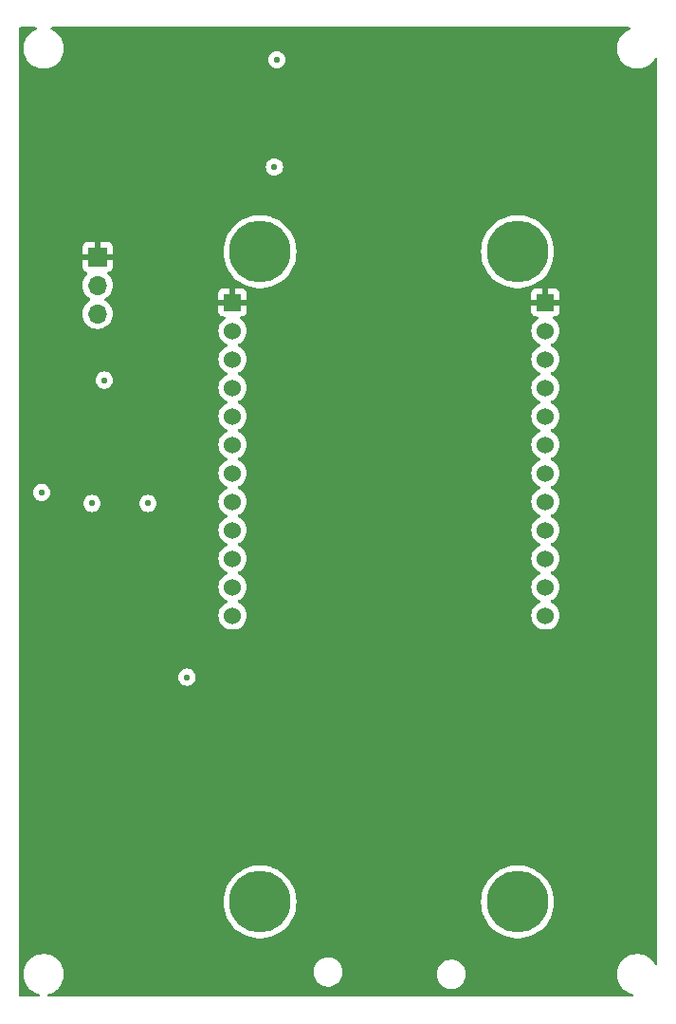
<source format=gbr>
%TF.GenerationSoftware,KiCad,Pcbnew,8.0.8-8.0.8-0~ubuntu24.04.1*%
%TF.CreationDate,2025-02-14T12:47:57-06:00*%
%TF.ProjectId,edge_human_detection_board,65646765-5f68-4756-9d61-6e5f64657465,rev?*%
%TF.SameCoordinates,Original*%
%TF.FileFunction,Copper,L3,Inr*%
%TF.FilePolarity,Positive*%
%FSLAX46Y46*%
G04 Gerber Fmt 4.6, Leading zero omitted, Abs format (unit mm)*
G04 Created by KiCad (PCBNEW 8.0.8-8.0.8-0~ubuntu24.04.1) date 2025-02-14 12:47:57*
%MOMM*%
%LPD*%
G01*
G04 APERTURE LIST*
%TA.AperFunction,ComponentPad*%
%ADD10R,1.700000X1.700000*%
%TD*%
%TA.AperFunction,ComponentPad*%
%ADD11O,1.700000X1.700000*%
%TD*%
%TA.AperFunction,ComponentPad*%
%ADD12C,5.500000*%
%TD*%
%TA.AperFunction,ComponentPad*%
%ADD13R,1.524000X1.524000*%
%TD*%
%TA.AperFunction,ComponentPad*%
%ADD14C,1.524000*%
%TD*%
%TA.AperFunction,ViaPad*%
%ADD15C,0.533400*%
%TD*%
G04 APERTURE END LIST*
D10*
%TO.N,GND*%
%TO.C,J1*%
X122000000Y-54000000D03*
D11*
%TO.N,/Coral Micro Breakouts/DEBUG_TX*%
X122000000Y-56540000D03*
%TO.N,/Coral Micro Breakouts/DEBUG_RX*%
X122000000Y-59080000D03*
%TD*%
D12*
%TO.N,*%
%TO.C,U1*%
X159513240Y-53551320D03*
X136513240Y-53551320D03*
X159513240Y-111551320D03*
X136513240Y-111551320D03*
D13*
%TO.N,GND*%
X162000000Y-58060000D03*
D14*
%TO.N,/Coral Micro Breakouts/+1.8VDC_TOF*%
X162000000Y-60600000D03*
%TO.N,/Coral Micro Breakouts/+3.3VDC*%
X162000000Y-63140000D03*
%TO.N,unconnected-(U1-RTC_3V-Pad4)*%
X162000000Y-65680000D03*
%TO.N,unconnected-(U1-SPI6_CS0-Pad5)*%
X162000000Y-68220000D03*
%TO.N,unconnected-(U1-SPI6_SCK-Pad6)*%
X162000000Y-70760000D03*
%TO.N,unconnected-(U1-SPI6_SDO-Pad7)*%
X162000000Y-73300000D03*
%TO.N,unconnected-(U1-SPI6_SDI-Pad8)*%
X162000000Y-75840000D03*
%TO.N,unconnected-(U1-DAC_OUT-Pad9)*%
X162000000Y-78380000D03*
%TO.N,unconnected-(U1-I2C6_SDA-Pad10)*%
X162000000Y-80920000D03*
%TO.N,/Coral Micro Breakouts/SCL*%
X162000000Y-83460000D03*
%TO.N,/Coral Micro Breakouts/SDA*%
X162000000Y-86000000D03*
D13*
%TO.N,GND*%
X134060000Y-58060000D03*
D14*
%TO.N,/Coral Micro Breakouts/+1.8VDC_RGB*%
X134060000Y-60600000D03*
%TO.N,unconnected-(U1-ADC1_CH0A-Pad15)*%
X134060000Y-63140000D03*
%TO.N,unconnected-(U1-ADC1_CH0B-Pad16)*%
X134060000Y-65680000D03*
%TO.N,/Coral Micro Breakouts/DEBUG_TX*%
X134060000Y-68220000D03*
%TO.N,/Coral Micro Breakouts/DEBUG_RX*%
X134060000Y-70760000D03*
%TO.N,unconnected-(U1-UART6_CTX-Pad19)*%
X134060000Y-73300000D03*
%TO.N,unconnected-(U1-UART6_RTS-Pad20)*%
X134060000Y-75840000D03*
%TO.N,/Coral Micro Breakouts/PWM_1*%
X134060000Y-78380000D03*
%TO.N,/RGB Signalling/SIG_IN_PWM0*%
X134060000Y-80920000D03*
%TO.N,unconnected-(U1-I2C6_SCL-Pad23)*%
X134060000Y-83460000D03*
%TO.N,/Coral Micro Breakouts/+5VDC*%
X134060000Y-86000000D03*
%TD*%
D15*
%TO.N,GND*%
X127500000Y-101500000D03*
X161500000Y-117500000D03*
X150800000Y-57600000D03*
X169500000Y-87500000D03*
X121400000Y-104000000D03*
X169500000Y-74500000D03*
X158400000Y-102400000D03*
X120000000Y-110500000D03*
X126500000Y-116500000D03*
X127400000Y-63600000D03*
X139000000Y-90799996D03*
X120500000Y-96500000D03*
X118500000Y-75000000D03*
X168500000Y-110000000D03*
X153400000Y-39800000D03*
X125000000Y-85000000D03*
X121000000Y-75000000D03*
X128000000Y-76000000D03*
X129000000Y-94500000D03*
X131000000Y-90500000D03*
X140400000Y-80400000D03*
X144200000Y-39800000D03*
X129600000Y-56200000D03*
X118800000Y-48800000D03*
X138000000Y-102800000D03*
X148000000Y-47200000D03*
X169000000Y-99000000D03*
X159800000Y-91400000D03*
%TO.N,/RGB Signalling/SIG_IN_RGB1*%
X130000000Y-91500000D03*
X126500000Y-76000000D03*
%TO.N,/Coral Micro Breakouts/+1.8VDC_RGB*%
X122600000Y-65000000D03*
X117000000Y-75000000D03*
%TO.N,/RGB Signalling/SIG_IN_PWM0*%
X121500000Y-76000000D03*
%TO.N,/Coral Micro Breakouts/PWM_1*%
X138000000Y-36400000D03*
%TO.N,/Coral Micro Breakouts/SCL*%
X137800000Y-46000000D03*
%TD*%
%TA.AperFunction,Conductor*%
%TO.N,GND*%
G36*
X116525722Y-33519685D02*
G01*
X116571477Y-33572489D01*
X116581421Y-33641647D01*
X116552396Y-33705203D01*
X116506136Y-33738561D01*
X116401954Y-33781714D01*
X116401943Y-33781719D01*
X116197545Y-33899730D01*
X116010302Y-34043406D01*
X116010295Y-34043412D01*
X115843412Y-34210295D01*
X115843406Y-34210302D01*
X115699730Y-34397545D01*
X115581719Y-34601943D01*
X115581714Y-34601954D01*
X115491394Y-34820006D01*
X115430306Y-35047989D01*
X115399501Y-35281979D01*
X115399500Y-35281995D01*
X115399500Y-35518004D01*
X115399501Y-35518020D01*
X115430306Y-35752010D01*
X115491394Y-35979993D01*
X115581714Y-36198045D01*
X115581719Y-36198056D01*
X115643767Y-36305525D01*
X115699727Y-36402450D01*
X115699729Y-36402453D01*
X115699730Y-36402454D01*
X115843406Y-36589697D01*
X115843412Y-36589704D01*
X116010295Y-36756587D01*
X116010301Y-36756592D01*
X116197550Y-36900273D01*
X116328918Y-36976118D01*
X116401943Y-37018280D01*
X116401948Y-37018282D01*
X116401951Y-37018284D01*
X116620007Y-37108606D01*
X116847986Y-37169693D01*
X117081989Y-37200500D01*
X117081996Y-37200500D01*
X117318004Y-37200500D01*
X117318011Y-37200500D01*
X117552014Y-37169693D01*
X117779993Y-37108606D01*
X117998049Y-37018284D01*
X118202450Y-36900273D01*
X118389699Y-36756592D01*
X118556592Y-36589699D01*
X118700273Y-36402450D01*
X118701690Y-36399996D01*
X137227945Y-36399996D01*
X137227945Y-36400003D01*
X137247301Y-36571795D01*
X137304402Y-36734983D01*
X137317981Y-36756593D01*
X137396383Y-36881368D01*
X137518632Y-37003617D01*
X137665018Y-37095598D01*
X137828202Y-37152698D01*
X137885468Y-37159150D01*
X137999996Y-37172055D01*
X138000000Y-37172055D01*
X138000004Y-37172055D01*
X138098170Y-37160993D01*
X138171798Y-37152698D01*
X138334982Y-37095598D01*
X138481368Y-37003617D01*
X138603617Y-36881368D01*
X138695598Y-36734982D01*
X138752698Y-36571798D01*
X138772055Y-36400000D01*
X138752698Y-36228202D01*
X138695598Y-36065018D01*
X138603617Y-35918632D01*
X138481368Y-35796383D01*
X138481367Y-35796382D01*
X138334983Y-35704402D01*
X138171795Y-35647301D01*
X138000004Y-35627945D01*
X137999996Y-35627945D01*
X137828204Y-35647301D01*
X137665016Y-35704402D01*
X137518632Y-35796382D01*
X137396382Y-35918632D01*
X137304402Y-36065016D01*
X137247301Y-36228204D01*
X137227945Y-36399996D01*
X118701690Y-36399996D01*
X118818284Y-36198049D01*
X118908606Y-35979993D01*
X118969693Y-35752014D01*
X119000500Y-35518011D01*
X119000500Y-35281989D01*
X118969693Y-35047986D01*
X118908606Y-34820007D01*
X118818284Y-34601951D01*
X118818282Y-34601948D01*
X118818280Y-34601943D01*
X118768613Y-34515919D01*
X118700273Y-34397550D01*
X118556592Y-34210301D01*
X118556587Y-34210295D01*
X118389704Y-34043412D01*
X118389697Y-34043406D01*
X118202454Y-33899730D01*
X118202453Y-33899729D01*
X118202450Y-33899727D01*
X118120957Y-33852677D01*
X117998056Y-33781719D01*
X117998045Y-33781714D01*
X117893864Y-33738561D01*
X117839461Y-33694720D01*
X117817396Y-33628426D01*
X117834675Y-33560727D01*
X117885812Y-33513116D01*
X117941317Y-33500000D01*
X169458683Y-33500000D01*
X169525722Y-33519685D01*
X169571477Y-33572489D01*
X169581421Y-33641647D01*
X169552396Y-33705203D01*
X169506136Y-33738561D01*
X169401954Y-33781714D01*
X169401943Y-33781719D01*
X169197545Y-33899730D01*
X169010302Y-34043406D01*
X169010295Y-34043412D01*
X168843412Y-34210295D01*
X168843406Y-34210302D01*
X168699730Y-34397545D01*
X168581719Y-34601943D01*
X168581714Y-34601954D01*
X168491394Y-34820006D01*
X168430306Y-35047989D01*
X168399501Y-35281979D01*
X168399500Y-35281995D01*
X168399500Y-35518004D01*
X168399501Y-35518020D01*
X168430306Y-35752010D01*
X168491394Y-35979993D01*
X168581714Y-36198045D01*
X168581719Y-36198056D01*
X168643767Y-36305525D01*
X168699727Y-36402450D01*
X168699729Y-36402453D01*
X168699730Y-36402454D01*
X168843406Y-36589697D01*
X168843412Y-36589704D01*
X169010295Y-36756587D01*
X169010301Y-36756592D01*
X169197550Y-36900273D01*
X169328918Y-36976118D01*
X169401943Y-37018280D01*
X169401948Y-37018282D01*
X169401951Y-37018284D01*
X169620007Y-37108606D01*
X169847986Y-37169693D01*
X170081989Y-37200500D01*
X170081996Y-37200500D01*
X170318004Y-37200500D01*
X170318011Y-37200500D01*
X170552014Y-37169693D01*
X170779993Y-37108606D01*
X170998049Y-37018284D01*
X171202450Y-36900273D01*
X171389699Y-36756592D01*
X171556592Y-36589699D01*
X171700273Y-36402450D01*
X171768613Y-36284080D01*
X171819180Y-36235865D01*
X171887787Y-36222642D01*
X171952652Y-36248611D01*
X171993180Y-36305525D01*
X172000000Y-36346081D01*
X172000000Y-117053918D01*
X171980315Y-117120957D01*
X171927511Y-117166712D01*
X171858353Y-117176656D01*
X171794797Y-117147631D01*
X171768613Y-117115919D01*
X171700273Y-116997550D01*
X171700267Y-116997542D01*
X171556593Y-116810302D01*
X171556587Y-116810295D01*
X171389704Y-116643412D01*
X171389697Y-116643406D01*
X171202454Y-116499730D01*
X171202453Y-116499729D01*
X171202450Y-116499727D01*
X171120957Y-116452677D01*
X170998056Y-116381719D01*
X170998045Y-116381714D01*
X170779993Y-116291394D01*
X170552010Y-116230306D01*
X170318020Y-116199501D01*
X170318017Y-116199500D01*
X170318011Y-116199500D01*
X170081989Y-116199500D01*
X170081983Y-116199500D01*
X170081979Y-116199501D01*
X169847989Y-116230306D01*
X169620006Y-116291394D01*
X169401954Y-116381714D01*
X169401943Y-116381719D01*
X169197545Y-116499730D01*
X169010302Y-116643406D01*
X169010295Y-116643412D01*
X168843412Y-116810295D01*
X168843406Y-116810302D01*
X168699730Y-116997545D01*
X168581719Y-117201943D01*
X168581714Y-117201954D01*
X168491394Y-117420006D01*
X168430306Y-117647989D01*
X168399501Y-117881979D01*
X168399500Y-117881995D01*
X168399500Y-118118004D01*
X168399501Y-118118020D01*
X168430306Y-118352010D01*
X168491394Y-118579993D01*
X168581714Y-118798045D01*
X168581719Y-118798056D01*
X168643767Y-118905525D01*
X168699727Y-119002450D01*
X168699729Y-119002453D01*
X168699730Y-119002454D01*
X168843406Y-119189697D01*
X168843412Y-119189704D01*
X169010295Y-119356587D01*
X169010301Y-119356592D01*
X169197550Y-119500273D01*
X169328918Y-119576118D01*
X169401943Y-119618280D01*
X169401948Y-119618282D01*
X169401951Y-119618284D01*
X169620007Y-119708606D01*
X169797726Y-119756225D01*
X169857385Y-119792590D01*
X169887914Y-119855437D01*
X169879619Y-119924813D01*
X169835134Y-119978691D01*
X169768582Y-119999965D01*
X169765631Y-120000000D01*
X117634369Y-120000000D01*
X117567330Y-119980315D01*
X117521575Y-119927511D01*
X117511631Y-119858353D01*
X117540656Y-119794797D01*
X117599434Y-119757023D01*
X117602231Y-119756237D01*
X117779993Y-119708606D01*
X117998049Y-119618284D01*
X118202450Y-119500273D01*
X118389699Y-119356592D01*
X118556592Y-119189699D01*
X118700273Y-119002450D01*
X118818284Y-118798049D01*
X118908606Y-118579993D01*
X118969693Y-118352014D01*
X119000500Y-118118011D01*
X119000500Y-117881989D01*
X118976231Y-117697648D01*
X141299500Y-117697648D01*
X141299500Y-117902351D01*
X141331522Y-118104534D01*
X141394781Y-118299223D01*
X141487715Y-118481613D01*
X141608028Y-118647213D01*
X141752786Y-118791971D01*
X141879567Y-118884081D01*
X141918390Y-118912287D01*
X142034607Y-118971503D01*
X142100776Y-119005218D01*
X142100778Y-119005218D01*
X142100781Y-119005220D01*
X142205137Y-119039127D01*
X142295465Y-119068477D01*
X142396557Y-119084488D01*
X142497648Y-119100500D01*
X142497649Y-119100500D01*
X142702351Y-119100500D01*
X142702352Y-119100500D01*
X142904534Y-119068477D01*
X143099219Y-119005220D01*
X143281610Y-118912287D01*
X143404997Y-118822642D01*
X143447213Y-118791971D01*
X143447215Y-118791968D01*
X143447219Y-118791966D01*
X143591966Y-118647219D01*
X143591968Y-118647215D01*
X143591971Y-118647213D01*
X143644732Y-118574590D01*
X143712287Y-118481610D01*
X143805220Y-118299219D01*
X143868477Y-118104534D01*
X143900500Y-117902352D01*
X143900500Y-117897648D01*
X152299500Y-117897648D01*
X152299500Y-118102351D01*
X152331522Y-118304534D01*
X152394781Y-118499223D01*
X152487715Y-118681613D01*
X152608028Y-118847213D01*
X152752786Y-118991971D01*
X152858090Y-119068477D01*
X152918390Y-119112287D01*
X153034607Y-119171503D01*
X153100776Y-119205218D01*
X153100778Y-119205218D01*
X153100781Y-119205220D01*
X153205137Y-119239127D01*
X153295465Y-119268477D01*
X153396557Y-119284488D01*
X153497648Y-119300500D01*
X153497649Y-119300500D01*
X153702351Y-119300500D01*
X153702352Y-119300500D01*
X153904534Y-119268477D01*
X154099219Y-119205220D01*
X154281610Y-119112287D01*
X154374590Y-119044732D01*
X154447213Y-118991971D01*
X154447215Y-118991968D01*
X154447219Y-118991966D01*
X154591966Y-118847219D01*
X154591968Y-118847215D01*
X154591971Y-118847213D01*
X154644732Y-118774590D01*
X154712287Y-118681610D01*
X154805220Y-118499219D01*
X154868477Y-118304534D01*
X154900500Y-118102352D01*
X154900500Y-117897648D01*
X154868477Y-117695466D01*
X154805220Y-117500781D01*
X154805218Y-117500778D01*
X154805218Y-117500776D01*
X154771503Y-117434607D01*
X154712287Y-117318390D01*
X154699490Y-117300776D01*
X154591971Y-117152786D01*
X154447213Y-117008028D01*
X154281613Y-116887715D01*
X154281612Y-116887714D01*
X154281610Y-116887713D01*
X154224653Y-116858691D01*
X154099223Y-116794781D01*
X153904534Y-116731522D01*
X153729995Y-116703878D01*
X153702352Y-116699500D01*
X153497648Y-116699500D01*
X153473329Y-116703351D01*
X153295465Y-116731522D01*
X153100776Y-116794781D01*
X152918386Y-116887715D01*
X152752786Y-117008028D01*
X152608028Y-117152786D01*
X152487715Y-117318386D01*
X152394781Y-117500776D01*
X152331522Y-117695465D01*
X152299500Y-117897648D01*
X143900500Y-117897648D01*
X143900500Y-117697648D01*
X143868477Y-117495466D01*
X143805220Y-117300781D01*
X143805218Y-117300778D01*
X143805218Y-117300776D01*
X143754865Y-117201954D01*
X143712287Y-117118390D01*
X143665446Y-117053918D01*
X143591971Y-116952786D01*
X143447213Y-116808028D01*
X143281613Y-116687715D01*
X143281612Y-116687714D01*
X143281610Y-116687713D01*
X143194653Y-116643406D01*
X143099223Y-116594781D01*
X142904534Y-116531522D01*
X142729995Y-116503878D01*
X142702352Y-116499500D01*
X142497648Y-116499500D01*
X142473329Y-116503351D01*
X142295465Y-116531522D01*
X142100776Y-116594781D01*
X141918386Y-116687715D01*
X141752786Y-116808028D01*
X141608028Y-116952786D01*
X141487715Y-117118386D01*
X141394781Y-117300776D01*
X141331522Y-117495465D01*
X141299500Y-117697648D01*
X118976231Y-117697648D01*
X118969693Y-117647986D01*
X118908606Y-117420007D01*
X118818284Y-117201951D01*
X118818282Y-117201948D01*
X118818280Y-117201943D01*
X118768613Y-117115919D01*
X118700273Y-116997550D01*
X118556592Y-116810301D01*
X118556587Y-116810295D01*
X118389704Y-116643412D01*
X118389697Y-116643406D01*
X118202454Y-116499730D01*
X118202453Y-116499729D01*
X118202450Y-116499727D01*
X118120957Y-116452677D01*
X117998056Y-116381719D01*
X117998045Y-116381714D01*
X117779993Y-116291394D01*
X117552010Y-116230306D01*
X117318020Y-116199501D01*
X117318017Y-116199500D01*
X117318011Y-116199500D01*
X117081989Y-116199500D01*
X117081983Y-116199500D01*
X117081979Y-116199501D01*
X116847989Y-116230306D01*
X116620006Y-116291394D01*
X116401954Y-116381714D01*
X116401943Y-116381719D01*
X116197545Y-116499730D01*
X116010302Y-116643406D01*
X116010295Y-116643412D01*
X115843412Y-116810295D01*
X115843406Y-116810302D01*
X115699730Y-116997545D01*
X115581719Y-117201943D01*
X115581714Y-117201954D01*
X115491394Y-117420006D01*
X115430306Y-117647989D01*
X115399501Y-117881979D01*
X115399500Y-117881995D01*
X115399500Y-118118004D01*
X115399501Y-118118020D01*
X115430306Y-118352010D01*
X115491394Y-118579993D01*
X115581714Y-118798045D01*
X115581719Y-118798056D01*
X115643767Y-118905525D01*
X115699727Y-119002450D01*
X115699729Y-119002453D01*
X115699730Y-119002454D01*
X115843406Y-119189697D01*
X115843412Y-119189704D01*
X116010295Y-119356587D01*
X116010301Y-119356592D01*
X116197550Y-119500273D01*
X116328918Y-119576118D01*
X116401943Y-119618280D01*
X116401948Y-119618282D01*
X116401951Y-119618284D01*
X116620007Y-119708606D01*
X116797726Y-119756225D01*
X116857385Y-119792590D01*
X116887914Y-119855437D01*
X116879619Y-119924813D01*
X116835134Y-119978691D01*
X116768582Y-119999965D01*
X116765631Y-120000000D01*
X115124000Y-120000000D01*
X115056961Y-119980315D01*
X115011206Y-119927511D01*
X115000000Y-119876000D01*
X115000000Y-111551317D01*
X133257966Y-111551317D01*
X133257966Y-111551322D01*
X133277048Y-111903274D01*
X133334073Y-112251113D01*
X133334074Y-112251116D01*
X133428366Y-112590728D01*
X133428367Y-112590730D01*
X133558828Y-112918164D01*
X133558837Y-112918182D01*
X133723935Y-113229589D01*
X133921738Y-113521326D01*
X133921745Y-113521336D01*
X134149925Y-113789969D01*
X134149926Y-113789970D01*
X134405820Y-114032366D01*
X134686422Y-114245674D01*
X134988442Y-114427394D01*
X134988446Y-114427395D01*
X134988450Y-114427398D01*
X135308328Y-114575390D01*
X135308332Y-114575390D01*
X135308339Y-114575394D01*
X135642362Y-114687939D01*
X135986595Y-114763711D01*
X136337003Y-114801820D01*
X136337009Y-114801820D01*
X136689471Y-114801820D01*
X136689477Y-114801820D01*
X137039885Y-114763711D01*
X137384118Y-114687939D01*
X137718141Y-114575394D01*
X137718148Y-114575390D01*
X137718151Y-114575390D01*
X138038029Y-114427398D01*
X138038038Y-114427394D01*
X138340058Y-114245674D01*
X138620660Y-114032366D01*
X138876554Y-113789970D01*
X139104741Y-113521328D01*
X139302545Y-113229589D01*
X139467647Y-112918174D01*
X139598111Y-112590734D01*
X139692408Y-112251108D01*
X139749431Y-111903277D01*
X139768514Y-111551320D01*
X139768514Y-111551317D01*
X156257966Y-111551317D01*
X156257966Y-111551322D01*
X156277048Y-111903274D01*
X156334073Y-112251113D01*
X156334074Y-112251116D01*
X156428366Y-112590728D01*
X156428367Y-112590730D01*
X156558828Y-112918164D01*
X156558837Y-112918182D01*
X156723935Y-113229589D01*
X156921738Y-113521326D01*
X156921745Y-113521336D01*
X157149925Y-113789969D01*
X157149926Y-113789970D01*
X157405820Y-114032366D01*
X157686422Y-114245674D01*
X157988442Y-114427394D01*
X157988446Y-114427395D01*
X157988450Y-114427398D01*
X158308328Y-114575390D01*
X158308332Y-114575390D01*
X158308339Y-114575394D01*
X158642362Y-114687939D01*
X158986595Y-114763711D01*
X159337003Y-114801820D01*
X159337009Y-114801820D01*
X159689471Y-114801820D01*
X159689477Y-114801820D01*
X160039885Y-114763711D01*
X160384118Y-114687939D01*
X160718141Y-114575394D01*
X160718148Y-114575390D01*
X160718151Y-114575390D01*
X161038029Y-114427398D01*
X161038038Y-114427394D01*
X161340058Y-114245674D01*
X161620660Y-114032366D01*
X161876554Y-113789970D01*
X162104741Y-113521328D01*
X162302545Y-113229589D01*
X162467647Y-112918174D01*
X162598111Y-112590734D01*
X162692408Y-112251108D01*
X162749431Y-111903277D01*
X162768514Y-111551320D01*
X162749431Y-111199363D01*
X162692408Y-110851532D01*
X162649944Y-110698591D01*
X162598113Y-110511911D01*
X162598112Y-110511909D01*
X162467651Y-110184475D01*
X162467642Y-110184457D01*
X162302544Y-109873050D01*
X162104741Y-109581312D01*
X162104737Y-109581307D01*
X162104734Y-109581303D01*
X161876554Y-109312670D01*
X161620660Y-109070274D01*
X161620653Y-109070268D01*
X161620650Y-109070266D01*
X161340055Y-108856964D01*
X161038042Y-108675248D01*
X161038029Y-108675241D01*
X160718151Y-108527249D01*
X160718146Y-108527248D01*
X160718143Y-108527247D01*
X160718141Y-108527246D01*
X160611672Y-108491372D01*
X160384120Y-108414701D01*
X160039883Y-108338928D01*
X159689478Y-108300820D01*
X159689477Y-108300820D01*
X159337003Y-108300820D01*
X159337001Y-108300820D01*
X158986596Y-108338928D01*
X158642359Y-108414701D01*
X158308333Y-108527248D01*
X158308328Y-108527249D01*
X157988450Y-108675241D01*
X157988437Y-108675248D01*
X157686424Y-108856964D01*
X157405829Y-109070266D01*
X157405820Y-109070274D01*
X157149925Y-109312670D01*
X156921745Y-109581303D01*
X156921738Y-109581313D01*
X156723935Y-109873050D01*
X156558837Y-110184457D01*
X156558828Y-110184475D01*
X156428367Y-110511909D01*
X156428366Y-110511911D01*
X156334074Y-110851523D01*
X156334073Y-110851526D01*
X156277048Y-111199365D01*
X156257966Y-111551317D01*
X139768514Y-111551317D01*
X139749431Y-111199363D01*
X139692408Y-110851532D01*
X139649944Y-110698591D01*
X139598113Y-110511911D01*
X139598112Y-110511909D01*
X139467651Y-110184475D01*
X139467642Y-110184457D01*
X139302544Y-109873050D01*
X139104741Y-109581312D01*
X139104737Y-109581307D01*
X139104734Y-109581303D01*
X138876554Y-109312670D01*
X138620660Y-109070274D01*
X138620653Y-109070268D01*
X138620650Y-109070266D01*
X138340055Y-108856964D01*
X138038042Y-108675248D01*
X138038029Y-108675241D01*
X137718151Y-108527249D01*
X137718146Y-108527248D01*
X137718143Y-108527247D01*
X137718141Y-108527246D01*
X137611672Y-108491372D01*
X137384120Y-108414701D01*
X137039883Y-108338928D01*
X136689478Y-108300820D01*
X136689477Y-108300820D01*
X136337003Y-108300820D01*
X136337001Y-108300820D01*
X135986596Y-108338928D01*
X135642359Y-108414701D01*
X135308333Y-108527248D01*
X135308328Y-108527249D01*
X134988450Y-108675241D01*
X134988437Y-108675248D01*
X134686424Y-108856964D01*
X134405829Y-109070266D01*
X134405820Y-109070274D01*
X134149925Y-109312670D01*
X133921745Y-109581303D01*
X133921738Y-109581313D01*
X133723935Y-109873050D01*
X133558837Y-110184457D01*
X133558828Y-110184475D01*
X133428367Y-110511909D01*
X133428366Y-110511911D01*
X133334074Y-110851523D01*
X133334073Y-110851526D01*
X133277048Y-111199365D01*
X133257966Y-111551317D01*
X115000000Y-111551317D01*
X115000000Y-91499996D01*
X129227945Y-91499996D01*
X129227945Y-91500003D01*
X129247301Y-91671795D01*
X129304402Y-91834983D01*
X129396382Y-91981367D01*
X129396383Y-91981368D01*
X129518632Y-92103617D01*
X129665018Y-92195598D01*
X129828202Y-92252698D01*
X129885468Y-92259150D01*
X129999996Y-92272055D01*
X130000000Y-92272055D01*
X130000004Y-92272055D01*
X130098170Y-92260993D01*
X130171798Y-92252698D01*
X130334982Y-92195598D01*
X130481368Y-92103617D01*
X130603617Y-91981368D01*
X130695598Y-91834982D01*
X130752698Y-91671798D01*
X130772055Y-91500000D01*
X130752698Y-91328202D01*
X130695598Y-91165018D01*
X130603617Y-91018632D01*
X130481368Y-90896383D01*
X130481367Y-90896382D01*
X130334983Y-90804402D01*
X130171795Y-90747301D01*
X130000004Y-90727945D01*
X129999996Y-90727945D01*
X129828204Y-90747301D01*
X129665016Y-90804402D01*
X129518632Y-90896382D01*
X129396382Y-91018632D01*
X129304402Y-91165016D01*
X129247301Y-91328204D01*
X129227945Y-91499996D01*
X115000000Y-91499996D01*
X115000000Y-75999996D01*
X120727945Y-75999996D01*
X120727945Y-76000003D01*
X120747301Y-76171795D01*
X120804402Y-76334983D01*
X120891541Y-76473662D01*
X120896383Y-76481368D01*
X121018632Y-76603617D01*
X121165018Y-76695598D01*
X121328202Y-76752698D01*
X121385468Y-76759150D01*
X121499996Y-76772055D01*
X121500000Y-76772055D01*
X121500004Y-76772055D01*
X121598170Y-76760993D01*
X121671798Y-76752698D01*
X121834982Y-76695598D01*
X121981368Y-76603617D01*
X122103617Y-76481368D01*
X122195598Y-76334982D01*
X122252698Y-76171798D01*
X122272055Y-76000000D01*
X122272055Y-75999996D01*
X125727945Y-75999996D01*
X125727945Y-76000003D01*
X125747301Y-76171795D01*
X125804402Y-76334983D01*
X125891541Y-76473662D01*
X125896383Y-76481368D01*
X126018632Y-76603617D01*
X126165018Y-76695598D01*
X126328202Y-76752698D01*
X126385468Y-76759150D01*
X126499996Y-76772055D01*
X126500000Y-76772055D01*
X126500004Y-76772055D01*
X126598170Y-76760993D01*
X126671798Y-76752698D01*
X126834982Y-76695598D01*
X126981368Y-76603617D01*
X127103617Y-76481368D01*
X127195598Y-76334982D01*
X127252698Y-76171798D01*
X127272055Y-76000000D01*
X127252698Y-75828202D01*
X127195598Y-75665018D01*
X127167268Y-75619932D01*
X127103617Y-75518632D01*
X126981367Y-75396382D01*
X126834983Y-75304402D01*
X126671795Y-75247301D01*
X126500004Y-75227945D01*
X126499996Y-75227945D01*
X126328204Y-75247301D01*
X126165016Y-75304402D01*
X126018632Y-75396382D01*
X125896382Y-75518632D01*
X125804402Y-75665016D01*
X125747301Y-75828204D01*
X125727945Y-75999996D01*
X122272055Y-75999996D01*
X122252698Y-75828202D01*
X122195598Y-75665018D01*
X122167268Y-75619932D01*
X122103617Y-75518632D01*
X121981367Y-75396382D01*
X121834983Y-75304402D01*
X121671795Y-75247301D01*
X121500004Y-75227945D01*
X121499996Y-75227945D01*
X121328204Y-75247301D01*
X121165016Y-75304402D01*
X121018632Y-75396382D01*
X120896382Y-75518632D01*
X120804402Y-75665016D01*
X120747301Y-75828204D01*
X120727945Y-75999996D01*
X115000000Y-75999996D01*
X115000000Y-74999996D01*
X116227945Y-74999996D01*
X116227945Y-75000003D01*
X116247301Y-75171795D01*
X116304402Y-75334983D01*
X116396382Y-75481367D01*
X116518632Y-75603617D01*
X116616350Y-75665018D01*
X116665018Y-75695598D01*
X116828202Y-75752698D01*
X116885468Y-75759150D01*
X116999996Y-75772055D01*
X117000000Y-75772055D01*
X117000004Y-75772055D01*
X117098170Y-75760993D01*
X117171798Y-75752698D01*
X117334982Y-75695598D01*
X117481368Y-75603617D01*
X117603617Y-75481368D01*
X117695598Y-75334982D01*
X117752698Y-75171798D01*
X117769195Y-75025381D01*
X117772055Y-75000003D01*
X117772055Y-74999996D01*
X117759150Y-74885468D01*
X117752698Y-74828202D01*
X117695598Y-74665018D01*
X117649673Y-74591930D01*
X117603617Y-74518632D01*
X117481367Y-74396382D01*
X117334983Y-74304402D01*
X117171795Y-74247301D01*
X117000004Y-74227945D01*
X116999996Y-74227945D01*
X116828204Y-74247301D01*
X116665016Y-74304402D01*
X116518632Y-74396382D01*
X116396382Y-74518632D01*
X116304402Y-74665016D01*
X116247301Y-74828204D01*
X116227945Y-74999996D01*
X115000000Y-74999996D01*
X115000000Y-64999996D01*
X121827945Y-64999996D01*
X121827945Y-65000003D01*
X121847301Y-65171795D01*
X121904402Y-65334983D01*
X121982917Y-65459937D01*
X121996383Y-65481368D01*
X122118632Y-65603617D01*
X122265018Y-65695598D01*
X122428202Y-65752698D01*
X122485468Y-65759150D01*
X122599996Y-65772055D01*
X122600000Y-65772055D01*
X122600004Y-65772055D01*
X122698170Y-65760993D01*
X122771798Y-65752698D01*
X122934982Y-65695598D01*
X123081368Y-65603617D01*
X123203617Y-65481368D01*
X123295598Y-65334982D01*
X123352698Y-65171798D01*
X123372055Y-65000000D01*
X123352698Y-64828202D01*
X123295598Y-64665018D01*
X123203617Y-64518632D01*
X123081368Y-64396383D01*
X123081367Y-64396382D01*
X122934983Y-64304402D01*
X122771795Y-64247301D01*
X122600004Y-64227945D01*
X122599996Y-64227945D01*
X122428204Y-64247301D01*
X122265016Y-64304402D01*
X122118632Y-64396382D01*
X121996382Y-64518632D01*
X121904402Y-64665016D01*
X121847301Y-64828204D01*
X121827945Y-64999996D01*
X115000000Y-64999996D01*
X115000000Y-60599997D01*
X132792677Y-60599997D01*
X132792677Y-60600002D01*
X132811929Y-60820062D01*
X132811930Y-60820070D01*
X132869104Y-61033445D01*
X132869105Y-61033447D01*
X132869106Y-61033450D01*
X132962466Y-61233662D01*
X132962468Y-61233666D01*
X133089170Y-61414615D01*
X133089175Y-61414621D01*
X133245378Y-61570824D01*
X133245384Y-61570829D01*
X133426333Y-61697531D01*
X133426335Y-61697532D01*
X133426338Y-61697534D01*
X133545748Y-61753215D01*
X133555189Y-61757618D01*
X133607628Y-61803790D01*
X133626780Y-61870984D01*
X133606564Y-61937865D01*
X133555189Y-61982382D01*
X133426340Y-62042465D01*
X133426338Y-62042466D01*
X133245377Y-62169175D01*
X133089175Y-62325377D01*
X132962466Y-62506338D01*
X132962465Y-62506340D01*
X132869107Y-62706548D01*
X132869104Y-62706554D01*
X132811930Y-62919929D01*
X132811929Y-62919937D01*
X132792677Y-63139997D01*
X132792677Y-63140002D01*
X132811929Y-63360062D01*
X132811930Y-63360070D01*
X132869104Y-63573445D01*
X132869105Y-63573447D01*
X132869106Y-63573450D01*
X132962466Y-63773662D01*
X132962468Y-63773666D01*
X133089170Y-63954615D01*
X133089175Y-63954621D01*
X133245378Y-64110824D01*
X133245384Y-64110829D01*
X133426333Y-64237531D01*
X133426335Y-64237532D01*
X133426338Y-64237534D01*
X133545748Y-64293215D01*
X133555189Y-64297618D01*
X133607628Y-64343790D01*
X133626780Y-64410984D01*
X133606564Y-64477865D01*
X133555189Y-64522382D01*
X133426340Y-64582465D01*
X133426338Y-64582466D01*
X133245377Y-64709175D01*
X133089175Y-64865377D01*
X132962466Y-65046338D01*
X132962465Y-65046340D01*
X132869107Y-65246548D01*
X132869104Y-65246554D01*
X132811930Y-65459929D01*
X132811929Y-65459937D01*
X132792677Y-65679997D01*
X132792677Y-65680002D01*
X132811929Y-65900062D01*
X132811930Y-65900070D01*
X132869104Y-66113445D01*
X132869105Y-66113447D01*
X132869106Y-66113450D01*
X132962466Y-66313662D01*
X132962468Y-66313666D01*
X133089170Y-66494615D01*
X133089175Y-66494621D01*
X133245378Y-66650824D01*
X133245384Y-66650829D01*
X133426333Y-66777531D01*
X133426335Y-66777532D01*
X133426338Y-66777534D01*
X133545748Y-66833215D01*
X133555189Y-66837618D01*
X133607628Y-66883790D01*
X133626780Y-66950984D01*
X133606564Y-67017865D01*
X133555189Y-67062382D01*
X133426340Y-67122465D01*
X133426338Y-67122466D01*
X133245377Y-67249175D01*
X133089175Y-67405377D01*
X132962466Y-67586338D01*
X132962465Y-67586340D01*
X132869107Y-67786548D01*
X132869104Y-67786554D01*
X132811930Y-67999929D01*
X132811929Y-67999937D01*
X132792677Y-68219997D01*
X132792677Y-68220002D01*
X132811929Y-68440062D01*
X132811930Y-68440070D01*
X132869104Y-68653445D01*
X132869105Y-68653447D01*
X132869106Y-68653450D01*
X132962466Y-68853662D01*
X132962468Y-68853666D01*
X133089170Y-69034615D01*
X133089175Y-69034621D01*
X133245378Y-69190824D01*
X133245384Y-69190829D01*
X133426333Y-69317531D01*
X133426335Y-69317532D01*
X133426338Y-69317534D01*
X133545748Y-69373215D01*
X133555189Y-69377618D01*
X133607628Y-69423790D01*
X133626780Y-69490984D01*
X133606564Y-69557865D01*
X133555189Y-69602382D01*
X133426340Y-69662465D01*
X133426338Y-69662466D01*
X133245377Y-69789175D01*
X133089175Y-69945377D01*
X132962466Y-70126338D01*
X132962465Y-70126340D01*
X132869107Y-70326548D01*
X132869104Y-70326554D01*
X132811930Y-70539929D01*
X132811929Y-70539937D01*
X132792677Y-70759997D01*
X132792677Y-70760002D01*
X132811929Y-70980062D01*
X132811930Y-70980070D01*
X132869104Y-71193445D01*
X132869105Y-71193447D01*
X132869106Y-71193450D01*
X132962466Y-71393662D01*
X132962468Y-71393666D01*
X133089170Y-71574615D01*
X133089175Y-71574621D01*
X133245378Y-71730824D01*
X133245384Y-71730829D01*
X133426333Y-71857531D01*
X133426335Y-71857532D01*
X133426338Y-71857534D01*
X133545748Y-71913215D01*
X133555189Y-71917618D01*
X133607628Y-71963790D01*
X133626780Y-72030984D01*
X133606564Y-72097865D01*
X133555189Y-72142382D01*
X133426340Y-72202465D01*
X133426338Y-72202466D01*
X133245377Y-72329175D01*
X133089175Y-72485377D01*
X132962466Y-72666338D01*
X132962465Y-72666340D01*
X132869107Y-72866548D01*
X132869104Y-72866554D01*
X132811930Y-73079929D01*
X132811929Y-73079937D01*
X132792677Y-73299997D01*
X132792677Y-73300002D01*
X132811929Y-73520062D01*
X132811930Y-73520070D01*
X132869104Y-73733445D01*
X132869105Y-73733447D01*
X132869106Y-73733450D01*
X132962466Y-73933662D01*
X132962468Y-73933666D01*
X133089170Y-74114615D01*
X133089175Y-74114621D01*
X133245378Y-74270824D01*
X133245384Y-74270829D01*
X133426333Y-74397531D01*
X133426335Y-74397532D01*
X133426338Y-74397534D01*
X133545748Y-74453215D01*
X133555189Y-74457618D01*
X133607628Y-74503790D01*
X133626780Y-74570984D01*
X133606564Y-74637865D01*
X133555189Y-74682382D01*
X133426340Y-74742465D01*
X133426338Y-74742466D01*
X133245377Y-74869175D01*
X133089175Y-75025377D01*
X132962466Y-75206338D01*
X132962465Y-75206340D01*
X132869107Y-75406548D01*
X132869104Y-75406554D01*
X132811930Y-75619929D01*
X132811929Y-75619937D01*
X132792677Y-75839997D01*
X132792677Y-75840002D01*
X132811929Y-76060062D01*
X132811930Y-76060070D01*
X132869104Y-76273445D01*
X132869105Y-76273447D01*
X132869106Y-76273450D01*
X132962466Y-76473662D01*
X132962468Y-76473666D01*
X133089170Y-76654615D01*
X133089175Y-76654621D01*
X133245378Y-76810824D01*
X133245384Y-76810829D01*
X133426333Y-76937531D01*
X133426335Y-76937532D01*
X133426338Y-76937534D01*
X133545748Y-76993215D01*
X133555189Y-76997618D01*
X133607628Y-77043790D01*
X133626780Y-77110984D01*
X133606564Y-77177865D01*
X133555189Y-77222382D01*
X133426340Y-77282465D01*
X133426338Y-77282466D01*
X133245377Y-77409175D01*
X133089175Y-77565377D01*
X132962466Y-77746338D01*
X132962465Y-77746340D01*
X132869107Y-77946548D01*
X132869104Y-77946554D01*
X132811930Y-78159929D01*
X132811929Y-78159937D01*
X132792677Y-78379997D01*
X132792677Y-78380002D01*
X132811929Y-78600062D01*
X132811930Y-78600070D01*
X132869104Y-78813445D01*
X132869105Y-78813447D01*
X132869106Y-78813450D01*
X132962466Y-79013662D01*
X132962468Y-79013666D01*
X133089170Y-79194615D01*
X133089175Y-79194621D01*
X133245378Y-79350824D01*
X133245384Y-79350829D01*
X133426333Y-79477531D01*
X133426335Y-79477532D01*
X133426338Y-79477534D01*
X133545748Y-79533215D01*
X133555189Y-79537618D01*
X133607628Y-79583790D01*
X133626780Y-79650984D01*
X133606564Y-79717865D01*
X133555189Y-79762382D01*
X133426340Y-79822465D01*
X133426338Y-79822466D01*
X133245377Y-79949175D01*
X133089175Y-80105377D01*
X132962466Y-80286338D01*
X132962465Y-80286340D01*
X132869107Y-80486548D01*
X132869104Y-80486554D01*
X132811930Y-80699929D01*
X132811929Y-80699937D01*
X132792677Y-80919997D01*
X132792677Y-80920002D01*
X132811929Y-81140062D01*
X132811930Y-81140070D01*
X132869104Y-81353445D01*
X132869105Y-81353447D01*
X132869106Y-81353450D01*
X132962466Y-81553662D01*
X132962468Y-81553666D01*
X133089170Y-81734615D01*
X133089175Y-81734621D01*
X133245378Y-81890824D01*
X133245384Y-81890829D01*
X133426333Y-82017531D01*
X133426335Y-82017532D01*
X133426338Y-82017534D01*
X133545748Y-82073215D01*
X133555189Y-82077618D01*
X133607628Y-82123790D01*
X133626780Y-82190984D01*
X133606564Y-82257865D01*
X133555189Y-82302382D01*
X133426340Y-82362465D01*
X133426338Y-82362466D01*
X133245377Y-82489175D01*
X133089175Y-82645377D01*
X132962466Y-82826338D01*
X132962465Y-82826340D01*
X132869107Y-83026548D01*
X132869104Y-83026554D01*
X132811930Y-83239929D01*
X132811929Y-83239937D01*
X132792677Y-83459997D01*
X132792677Y-83460002D01*
X132811929Y-83680062D01*
X132811930Y-83680070D01*
X132869104Y-83893445D01*
X132869105Y-83893447D01*
X132869106Y-83893450D01*
X132962466Y-84093662D01*
X132962468Y-84093666D01*
X133089170Y-84274615D01*
X133089175Y-84274621D01*
X133245378Y-84430824D01*
X133245384Y-84430829D01*
X133426333Y-84557531D01*
X133426335Y-84557532D01*
X133426338Y-84557534D01*
X133545748Y-84613215D01*
X133555189Y-84617618D01*
X133607628Y-84663790D01*
X133626780Y-84730984D01*
X133606564Y-84797865D01*
X133555189Y-84842382D01*
X133426340Y-84902465D01*
X133426338Y-84902466D01*
X133245377Y-85029175D01*
X133089175Y-85185377D01*
X132962466Y-85366338D01*
X132962465Y-85366340D01*
X132869107Y-85566548D01*
X132869104Y-85566554D01*
X132811930Y-85779929D01*
X132811929Y-85779937D01*
X132792677Y-85999997D01*
X132792677Y-86000002D01*
X132811929Y-86220062D01*
X132811930Y-86220070D01*
X132869104Y-86433445D01*
X132869105Y-86433447D01*
X132869106Y-86433450D01*
X132962466Y-86633662D01*
X132962468Y-86633666D01*
X133089170Y-86814615D01*
X133089175Y-86814621D01*
X133245378Y-86970824D01*
X133245384Y-86970829D01*
X133426333Y-87097531D01*
X133426335Y-87097532D01*
X133426338Y-87097534D01*
X133626550Y-87190894D01*
X133839932Y-87248070D01*
X133997123Y-87261822D01*
X134059998Y-87267323D01*
X134060000Y-87267323D01*
X134060002Y-87267323D01*
X134115017Y-87262509D01*
X134280068Y-87248070D01*
X134493450Y-87190894D01*
X134693662Y-87097534D01*
X134874620Y-86970826D01*
X135030826Y-86814620D01*
X135157534Y-86633662D01*
X135250894Y-86433450D01*
X135308070Y-86220068D01*
X135327323Y-86000000D01*
X135308070Y-85779932D01*
X135250894Y-85566550D01*
X135157534Y-85366339D01*
X135030826Y-85185380D01*
X134874620Y-85029174D01*
X134874616Y-85029171D01*
X134874615Y-85029170D01*
X134693666Y-84902468D01*
X134693658Y-84902464D01*
X134564811Y-84842382D01*
X134512371Y-84796210D01*
X134493219Y-84729017D01*
X134513435Y-84662135D01*
X134564811Y-84617618D01*
X134570802Y-84614824D01*
X134693662Y-84557534D01*
X134874620Y-84430826D01*
X135030826Y-84274620D01*
X135157534Y-84093662D01*
X135250894Y-83893450D01*
X135308070Y-83680068D01*
X135327323Y-83460000D01*
X135308070Y-83239932D01*
X135250894Y-83026550D01*
X135157534Y-82826339D01*
X135030826Y-82645380D01*
X134874620Y-82489174D01*
X134874616Y-82489171D01*
X134874615Y-82489170D01*
X134693666Y-82362468D01*
X134693658Y-82362464D01*
X134564811Y-82302382D01*
X134512371Y-82256210D01*
X134493219Y-82189017D01*
X134513435Y-82122135D01*
X134564811Y-82077618D01*
X134570802Y-82074824D01*
X134693662Y-82017534D01*
X134874620Y-81890826D01*
X135030826Y-81734620D01*
X135157534Y-81553662D01*
X135250894Y-81353450D01*
X135308070Y-81140068D01*
X135327323Y-80920000D01*
X135308070Y-80699932D01*
X135250894Y-80486550D01*
X135157534Y-80286339D01*
X135030826Y-80105380D01*
X134874620Y-79949174D01*
X134874616Y-79949171D01*
X134874615Y-79949170D01*
X134693666Y-79822468D01*
X134693658Y-79822464D01*
X134564811Y-79762382D01*
X134512371Y-79716210D01*
X134493219Y-79649017D01*
X134513435Y-79582135D01*
X134564811Y-79537618D01*
X134570802Y-79534824D01*
X134693662Y-79477534D01*
X134874620Y-79350826D01*
X135030826Y-79194620D01*
X135157534Y-79013662D01*
X135250894Y-78813450D01*
X135308070Y-78600068D01*
X135327323Y-78380000D01*
X135308070Y-78159932D01*
X135250894Y-77946550D01*
X135157534Y-77746339D01*
X135030826Y-77565380D01*
X134874620Y-77409174D01*
X134874616Y-77409171D01*
X134874615Y-77409170D01*
X134693666Y-77282468D01*
X134693658Y-77282464D01*
X134564811Y-77222382D01*
X134512371Y-77176210D01*
X134493219Y-77109017D01*
X134513435Y-77042135D01*
X134564811Y-76997618D01*
X134570802Y-76994824D01*
X134693662Y-76937534D01*
X134874620Y-76810826D01*
X135030826Y-76654620D01*
X135157534Y-76473662D01*
X135250894Y-76273450D01*
X135308070Y-76060068D01*
X135327323Y-75840000D01*
X135308070Y-75619932D01*
X135250894Y-75406550D01*
X135157534Y-75206339D01*
X135030826Y-75025380D01*
X134874620Y-74869174D01*
X134874616Y-74869171D01*
X134874615Y-74869170D01*
X134693666Y-74742468D01*
X134693658Y-74742464D01*
X134564811Y-74682382D01*
X134512371Y-74636210D01*
X134493219Y-74569017D01*
X134513435Y-74502135D01*
X134564811Y-74457618D01*
X134570802Y-74454824D01*
X134693662Y-74397534D01*
X134874620Y-74270826D01*
X135030826Y-74114620D01*
X135157534Y-73933662D01*
X135250894Y-73733450D01*
X135308070Y-73520068D01*
X135327323Y-73300000D01*
X135308070Y-73079932D01*
X135250894Y-72866550D01*
X135157534Y-72666339D01*
X135030826Y-72485380D01*
X134874620Y-72329174D01*
X134874616Y-72329171D01*
X134874615Y-72329170D01*
X134693666Y-72202468D01*
X134693658Y-72202464D01*
X134564811Y-72142382D01*
X134512371Y-72096210D01*
X134493219Y-72029017D01*
X134513435Y-71962135D01*
X134564811Y-71917618D01*
X134570802Y-71914824D01*
X134693662Y-71857534D01*
X134874620Y-71730826D01*
X135030826Y-71574620D01*
X135157534Y-71393662D01*
X135250894Y-71193450D01*
X135308070Y-70980068D01*
X135327323Y-70760000D01*
X135308070Y-70539932D01*
X135250894Y-70326550D01*
X135157534Y-70126339D01*
X135030826Y-69945380D01*
X134874620Y-69789174D01*
X134874616Y-69789171D01*
X134874615Y-69789170D01*
X134693666Y-69662468D01*
X134693658Y-69662464D01*
X134564811Y-69602382D01*
X134512371Y-69556210D01*
X134493219Y-69489017D01*
X134513435Y-69422135D01*
X134564811Y-69377618D01*
X134570802Y-69374824D01*
X134693662Y-69317534D01*
X134874620Y-69190826D01*
X135030826Y-69034620D01*
X135157534Y-68853662D01*
X135250894Y-68653450D01*
X135308070Y-68440068D01*
X135327323Y-68220000D01*
X135308070Y-67999932D01*
X135250894Y-67786550D01*
X135157534Y-67586339D01*
X135030826Y-67405380D01*
X134874620Y-67249174D01*
X134874616Y-67249171D01*
X134874615Y-67249170D01*
X134693666Y-67122468D01*
X134693658Y-67122464D01*
X134564811Y-67062382D01*
X134512371Y-67016210D01*
X134493219Y-66949017D01*
X134513435Y-66882135D01*
X134564811Y-66837618D01*
X134570802Y-66834824D01*
X134693662Y-66777534D01*
X134874620Y-66650826D01*
X135030826Y-66494620D01*
X135157534Y-66313662D01*
X135250894Y-66113450D01*
X135308070Y-65900068D01*
X135322509Y-65735017D01*
X135327323Y-65680002D01*
X135327323Y-65679997D01*
X135308070Y-65459937D01*
X135308070Y-65459932D01*
X135250894Y-65246550D01*
X135157534Y-65046339D01*
X135030826Y-64865380D01*
X134874620Y-64709174D01*
X134874616Y-64709171D01*
X134874615Y-64709170D01*
X134693666Y-64582468D01*
X134693658Y-64582464D01*
X134564811Y-64522382D01*
X134512371Y-64476210D01*
X134493219Y-64409017D01*
X134513435Y-64342135D01*
X134564811Y-64297618D01*
X134570802Y-64294824D01*
X134693662Y-64237534D01*
X134874620Y-64110826D01*
X135030826Y-63954620D01*
X135157534Y-63773662D01*
X135250894Y-63573450D01*
X135308070Y-63360068D01*
X135327323Y-63140000D01*
X135308070Y-62919932D01*
X135250894Y-62706550D01*
X135157534Y-62506339D01*
X135030826Y-62325380D01*
X134874620Y-62169174D01*
X134874616Y-62169171D01*
X134874615Y-62169170D01*
X134693666Y-62042468D01*
X134693658Y-62042464D01*
X134564811Y-61982382D01*
X134512371Y-61936210D01*
X134493219Y-61869017D01*
X134513435Y-61802135D01*
X134564811Y-61757618D01*
X134570802Y-61754824D01*
X134693662Y-61697534D01*
X134874620Y-61570826D01*
X135030826Y-61414620D01*
X135157534Y-61233662D01*
X135250894Y-61033450D01*
X135308070Y-60820068D01*
X135327323Y-60600000D01*
X135327323Y-60599997D01*
X160732677Y-60599997D01*
X160732677Y-60600002D01*
X160751929Y-60820062D01*
X160751930Y-60820070D01*
X160809104Y-61033445D01*
X160809105Y-61033447D01*
X160809106Y-61033450D01*
X160902466Y-61233662D01*
X160902468Y-61233666D01*
X161029170Y-61414615D01*
X161029175Y-61414621D01*
X161185378Y-61570824D01*
X161185384Y-61570829D01*
X161366333Y-61697531D01*
X161366335Y-61697532D01*
X161366338Y-61697534D01*
X161485748Y-61753215D01*
X161495189Y-61757618D01*
X161547628Y-61803790D01*
X161566780Y-61870984D01*
X161546564Y-61937865D01*
X161495189Y-61982382D01*
X161366340Y-62042465D01*
X161366338Y-62042466D01*
X161185377Y-62169175D01*
X161029175Y-62325377D01*
X160902466Y-62506338D01*
X160902465Y-62506340D01*
X160809107Y-62706548D01*
X160809104Y-62706554D01*
X160751930Y-62919929D01*
X160751929Y-62919937D01*
X160732677Y-63139997D01*
X160732677Y-63140002D01*
X160751929Y-63360062D01*
X160751930Y-63360070D01*
X160809104Y-63573445D01*
X160809105Y-63573447D01*
X160809106Y-63573450D01*
X160902466Y-63773662D01*
X160902468Y-63773666D01*
X161029170Y-63954615D01*
X161029175Y-63954621D01*
X161185378Y-64110824D01*
X161185384Y-64110829D01*
X161366333Y-64237531D01*
X161366335Y-64237532D01*
X161366338Y-64237534D01*
X161485748Y-64293215D01*
X161495189Y-64297618D01*
X161547628Y-64343790D01*
X161566780Y-64410984D01*
X161546564Y-64477865D01*
X161495189Y-64522382D01*
X161366340Y-64582465D01*
X161366338Y-64582466D01*
X161185377Y-64709175D01*
X161029175Y-64865377D01*
X160902466Y-65046338D01*
X160902465Y-65046340D01*
X160809107Y-65246548D01*
X160809104Y-65246554D01*
X160751930Y-65459929D01*
X160751929Y-65459937D01*
X160732677Y-65679997D01*
X160732677Y-65680002D01*
X160751929Y-65900062D01*
X160751930Y-65900070D01*
X160809104Y-66113445D01*
X160809105Y-66113447D01*
X160809106Y-66113450D01*
X160902466Y-66313662D01*
X160902468Y-66313666D01*
X161029170Y-66494615D01*
X161029175Y-66494621D01*
X161185378Y-66650824D01*
X161185384Y-66650829D01*
X161366333Y-66777531D01*
X161366335Y-66777532D01*
X161366338Y-66777534D01*
X161485748Y-66833215D01*
X161495189Y-66837618D01*
X161547628Y-66883790D01*
X161566780Y-66950984D01*
X161546564Y-67017865D01*
X161495189Y-67062382D01*
X161366340Y-67122465D01*
X161366338Y-67122466D01*
X161185377Y-67249175D01*
X161029175Y-67405377D01*
X160902466Y-67586338D01*
X160902465Y-67586340D01*
X160809107Y-67786548D01*
X160809104Y-67786554D01*
X160751930Y-67999929D01*
X160751929Y-67999937D01*
X160732677Y-68219997D01*
X160732677Y-68220002D01*
X160751929Y-68440062D01*
X160751930Y-68440070D01*
X160809104Y-68653445D01*
X160809105Y-68653447D01*
X160809106Y-68653450D01*
X160902466Y-68853662D01*
X160902468Y-68853666D01*
X161029170Y-69034615D01*
X161029175Y-69034621D01*
X161185378Y-69190824D01*
X161185384Y-69190829D01*
X161366333Y-69317531D01*
X161366335Y-69317532D01*
X161366338Y-69317534D01*
X161485748Y-69373215D01*
X161495189Y-69377618D01*
X161547628Y-69423790D01*
X161566780Y-69490984D01*
X161546564Y-69557865D01*
X161495189Y-69602382D01*
X161366340Y-69662465D01*
X161366338Y-69662466D01*
X161185377Y-69789175D01*
X161029175Y-69945377D01*
X160902466Y-70126338D01*
X160902465Y-70126340D01*
X160809107Y-70326548D01*
X160809104Y-70326554D01*
X160751930Y-70539929D01*
X160751929Y-70539937D01*
X160732677Y-70759997D01*
X160732677Y-70760002D01*
X160751929Y-70980062D01*
X160751930Y-70980070D01*
X160809104Y-71193445D01*
X160809105Y-71193447D01*
X160809106Y-71193450D01*
X160902466Y-71393662D01*
X160902468Y-71393666D01*
X161029170Y-71574615D01*
X161029175Y-71574621D01*
X161185378Y-71730824D01*
X161185384Y-71730829D01*
X161366333Y-71857531D01*
X161366335Y-71857532D01*
X161366338Y-71857534D01*
X161485748Y-71913215D01*
X161495189Y-71917618D01*
X161547628Y-71963790D01*
X161566780Y-72030984D01*
X161546564Y-72097865D01*
X161495189Y-72142382D01*
X161366340Y-72202465D01*
X161366338Y-72202466D01*
X161185377Y-72329175D01*
X161029175Y-72485377D01*
X160902466Y-72666338D01*
X160902465Y-72666340D01*
X160809107Y-72866548D01*
X160809104Y-72866554D01*
X160751930Y-73079929D01*
X160751929Y-73079937D01*
X160732677Y-73299997D01*
X160732677Y-73300002D01*
X160751929Y-73520062D01*
X160751930Y-73520070D01*
X160809104Y-73733445D01*
X160809105Y-73733447D01*
X160809106Y-73733450D01*
X160902466Y-73933662D01*
X160902468Y-73933666D01*
X161029170Y-74114615D01*
X161029175Y-74114621D01*
X161185378Y-74270824D01*
X161185384Y-74270829D01*
X161366333Y-74397531D01*
X161366335Y-74397532D01*
X161366338Y-74397534D01*
X161485748Y-74453215D01*
X161495189Y-74457618D01*
X161547628Y-74503790D01*
X161566780Y-74570984D01*
X161546564Y-74637865D01*
X161495189Y-74682382D01*
X161366340Y-74742465D01*
X161366338Y-74742466D01*
X161185377Y-74869175D01*
X161029175Y-75025377D01*
X160902466Y-75206338D01*
X160902465Y-75206340D01*
X160809107Y-75406548D01*
X160809104Y-75406554D01*
X160751930Y-75619929D01*
X160751929Y-75619937D01*
X160732677Y-75839997D01*
X160732677Y-75840002D01*
X160751929Y-76060062D01*
X160751930Y-76060070D01*
X160809104Y-76273445D01*
X160809105Y-76273447D01*
X160809106Y-76273450D01*
X160902466Y-76473662D01*
X160902468Y-76473666D01*
X161029170Y-76654615D01*
X161029175Y-76654621D01*
X161185378Y-76810824D01*
X161185384Y-76810829D01*
X161366333Y-76937531D01*
X161366335Y-76937532D01*
X161366338Y-76937534D01*
X161485748Y-76993215D01*
X161495189Y-76997618D01*
X161547628Y-77043790D01*
X161566780Y-77110984D01*
X161546564Y-77177865D01*
X161495189Y-77222382D01*
X161366340Y-77282465D01*
X161366338Y-77282466D01*
X161185377Y-77409175D01*
X161029175Y-77565377D01*
X160902466Y-77746338D01*
X160902465Y-77746340D01*
X160809107Y-77946548D01*
X160809104Y-77946554D01*
X160751930Y-78159929D01*
X160751929Y-78159937D01*
X160732677Y-78379997D01*
X160732677Y-78380002D01*
X160751929Y-78600062D01*
X160751930Y-78600070D01*
X160809104Y-78813445D01*
X160809105Y-78813447D01*
X160809106Y-78813450D01*
X160902466Y-79013662D01*
X160902468Y-79013666D01*
X161029170Y-79194615D01*
X161029175Y-79194621D01*
X161185378Y-79350824D01*
X161185384Y-79350829D01*
X161366333Y-79477531D01*
X161366335Y-79477532D01*
X161366338Y-79477534D01*
X161485748Y-79533215D01*
X161495189Y-79537618D01*
X161547628Y-79583790D01*
X161566780Y-79650984D01*
X161546564Y-79717865D01*
X161495189Y-79762382D01*
X161366340Y-79822465D01*
X161366338Y-79822466D01*
X161185377Y-79949175D01*
X161029175Y-80105377D01*
X160902466Y-80286338D01*
X160902465Y-80286340D01*
X160809107Y-80486548D01*
X160809104Y-80486554D01*
X160751930Y-80699929D01*
X160751929Y-80699937D01*
X160732677Y-80919997D01*
X160732677Y-80920002D01*
X160751929Y-81140062D01*
X160751930Y-81140070D01*
X160809104Y-81353445D01*
X160809105Y-81353447D01*
X160809106Y-81353450D01*
X160902466Y-81553662D01*
X160902468Y-81553666D01*
X161029170Y-81734615D01*
X161029175Y-81734621D01*
X161185378Y-81890824D01*
X161185384Y-81890829D01*
X161366333Y-82017531D01*
X161366335Y-82017532D01*
X161366338Y-82017534D01*
X161485748Y-82073215D01*
X161495189Y-82077618D01*
X161547628Y-82123790D01*
X161566780Y-82190984D01*
X161546564Y-82257865D01*
X161495189Y-82302382D01*
X161366340Y-82362465D01*
X161366338Y-82362466D01*
X161185377Y-82489175D01*
X161029175Y-82645377D01*
X160902466Y-82826338D01*
X160902465Y-82826340D01*
X160809107Y-83026548D01*
X160809104Y-83026554D01*
X160751930Y-83239929D01*
X160751929Y-83239937D01*
X160732677Y-83459997D01*
X160732677Y-83460002D01*
X160751929Y-83680062D01*
X160751930Y-83680070D01*
X160809104Y-83893445D01*
X160809105Y-83893447D01*
X160809106Y-83893450D01*
X160902466Y-84093662D01*
X160902468Y-84093666D01*
X161029170Y-84274615D01*
X161029175Y-84274621D01*
X161185378Y-84430824D01*
X161185384Y-84430829D01*
X161366333Y-84557531D01*
X161366335Y-84557532D01*
X161366338Y-84557534D01*
X161485748Y-84613215D01*
X161495189Y-84617618D01*
X161547628Y-84663790D01*
X161566780Y-84730984D01*
X161546564Y-84797865D01*
X161495189Y-84842382D01*
X161366340Y-84902465D01*
X161366338Y-84902466D01*
X161185377Y-85029175D01*
X161029175Y-85185377D01*
X160902466Y-85366338D01*
X160902465Y-85366340D01*
X160809107Y-85566548D01*
X160809104Y-85566554D01*
X160751930Y-85779929D01*
X160751929Y-85779937D01*
X160732677Y-85999997D01*
X160732677Y-86000002D01*
X160751929Y-86220062D01*
X160751930Y-86220070D01*
X160809104Y-86433445D01*
X160809105Y-86433447D01*
X160809106Y-86433450D01*
X160902466Y-86633662D01*
X160902468Y-86633666D01*
X161029170Y-86814615D01*
X161029175Y-86814621D01*
X161185378Y-86970824D01*
X161185384Y-86970829D01*
X161366333Y-87097531D01*
X161366335Y-87097532D01*
X161366338Y-87097534D01*
X161566550Y-87190894D01*
X161779932Y-87248070D01*
X161937123Y-87261822D01*
X161999998Y-87267323D01*
X162000000Y-87267323D01*
X162000002Y-87267323D01*
X162055017Y-87262509D01*
X162220068Y-87248070D01*
X162433450Y-87190894D01*
X162633662Y-87097534D01*
X162814620Y-86970826D01*
X162970826Y-86814620D01*
X163097534Y-86633662D01*
X163190894Y-86433450D01*
X163248070Y-86220068D01*
X163267323Y-86000000D01*
X163248070Y-85779932D01*
X163190894Y-85566550D01*
X163097534Y-85366339D01*
X162970826Y-85185380D01*
X162814620Y-85029174D01*
X162814616Y-85029171D01*
X162814615Y-85029170D01*
X162633666Y-84902468D01*
X162633658Y-84902464D01*
X162504811Y-84842382D01*
X162452371Y-84796210D01*
X162433219Y-84729017D01*
X162453435Y-84662135D01*
X162504811Y-84617618D01*
X162510802Y-84614824D01*
X162633662Y-84557534D01*
X162814620Y-84430826D01*
X162970826Y-84274620D01*
X163097534Y-84093662D01*
X163190894Y-83893450D01*
X163248070Y-83680068D01*
X163267323Y-83460000D01*
X163248070Y-83239932D01*
X163190894Y-83026550D01*
X163097534Y-82826339D01*
X162970826Y-82645380D01*
X162814620Y-82489174D01*
X162814616Y-82489171D01*
X162814615Y-82489170D01*
X162633666Y-82362468D01*
X162633658Y-82362464D01*
X162504811Y-82302382D01*
X162452371Y-82256210D01*
X162433219Y-82189017D01*
X162453435Y-82122135D01*
X162504811Y-82077618D01*
X162510802Y-82074824D01*
X162633662Y-82017534D01*
X162814620Y-81890826D01*
X162970826Y-81734620D01*
X163097534Y-81553662D01*
X163190894Y-81353450D01*
X163248070Y-81140068D01*
X163267323Y-80920000D01*
X163248070Y-80699932D01*
X163190894Y-80486550D01*
X163097534Y-80286339D01*
X162970826Y-80105380D01*
X162814620Y-79949174D01*
X162814616Y-79949171D01*
X162814615Y-79949170D01*
X162633666Y-79822468D01*
X162633658Y-79822464D01*
X162504811Y-79762382D01*
X162452371Y-79716210D01*
X162433219Y-79649017D01*
X162453435Y-79582135D01*
X162504811Y-79537618D01*
X162510802Y-79534824D01*
X162633662Y-79477534D01*
X162814620Y-79350826D01*
X162970826Y-79194620D01*
X163097534Y-79013662D01*
X163190894Y-78813450D01*
X163248070Y-78600068D01*
X163267323Y-78380000D01*
X163248070Y-78159932D01*
X163190894Y-77946550D01*
X163097534Y-77746339D01*
X162970826Y-77565380D01*
X162814620Y-77409174D01*
X162814616Y-77409171D01*
X162814615Y-77409170D01*
X162633666Y-77282468D01*
X162633658Y-77282464D01*
X162504811Y-77222382D01*
X162452371Y-77176210D01*
X162433219Y-77109017D01*
X162453435Y-77042135D01*
X162504811Y-76997618D01*
X162510802Y-76994824D01*
X162633662Y-76937534D01*
X162814620Y-76810826D01*
X162970826Y-76654620D01*
X163097534Y-76473662D01*
X163190894Y-76273450D01*
X163248070Y-76060068D01*
X163267323Y-75840000D01*
X163248070Y-75619932D01*
X163190894Y-75406550D01*
X163097534Y-75206339D01*
X162970826Y-75025380D01*
X162814620Y-74869174D01*
X162814616Y-74869171D01*
X162814615Y-74869170D01*
X162633666Y-74742468D01*
X162633658Y-74742464D01*
X162504811Y-74682382D01*
X162452371Y-74636210D01*
X162433219Y-74569017D01*
X162453435Y-74502135D01*
X162504811Y-74457618D01*
X162510802Y-74454824D01*
X162633662Y-74397534D01*
X162814620Y-74270826D01*
X162970826Y-74114620D01*
X163097534Y-73933662D01*
X163190894Y-73733450D01*
X163248070Y-73520068D01*
X163267323Y-73300000D01*
X163248070Y-73079932D01*
X163190894Y-72866550D01*
X163097534Y-72666339D01*
X162970826Y-72485380D01*
X162814620Y-72329174D01*
X162814616Y-72329171D01*
X162814615Y-72329170D01*
X162633666Y-72202468D01*
X162633658Y-72202464D01*
X162504811Y-72142382D01*
X162452371Y-72096210D01*
X162433219Y-72029017D01*
X162453435Y-71962135D01*
X162504811Y-71917618D01*
X162510802Y-71914824D01*
X162633662Y-71857534D01*
X162814620Y-71730826D01*
X162970826Y-71574620D01*
X163097534Y-71393662D01*
X163190894Y-71193450D01*
X163248070Y-70980068D01*
X163267323Y-70760000D01*
X163248070Y-70539932D01*
X163190894Y-70326550D01*
X163097534Y-70126339D01*
X162970826Y-69945380D01*
X162814620Y-69789174D01*
X162814616Y-69789171D01*
X162814615Y-69789170D01*
X162633666Y-69662468D01*
X162633658Y-69662464D01*
X162504811Y-69602382D01*
X162452371Y-69556210D01*
X162433219Y-69489017D01*
X162453435Y-69422135D01*
X162504811Y-69377618D01*
X162510802Y-69374824D01*
X162633662Y-69317534D01*
X162814620Y-69190826D01*
X162970826Y-69034620D01*
X163097534Y-68853662D01*
X163190894Y-68653450D01*
X163248070Y-68440068D01*
X163267323Y-68220000D01*
X163248070Y-67999932D01*
X163190894Y-67786550D01*
X163097534Y-67586339D01*
X162970826Y-67405380D01*
X162814620Y-67249174D01*
X162814616Y-67249171D01*
X162814615Y-67249170D01*
X162633666Y-67122468D01*
X162633658Y-67122464D01*
X162504811Y-67062382D01*
X162452371Y-67016210D01*
X162433219Y-66949017D01*
X162453435Y-66882135D01*
X162504811Y-66837618D01*
X162510802Y-66834824D01*
X162633662Y-66777534D01*
X162814620Y-66650826D01*
X162970826Y-66494620D01*
X163097534Y-66313662D01*
X163190894Y-66113450D01*
X163248070Y-65900068D01*
X163262509Y-65735017D01*
X163267323Y-65680002D01*
X163267323Y-65679997D01*
X163248070Y-65459937D01*
X163248070Y-65459932D01*
X163190894Y-65246550D01*
X163097534Y-65046339D01*
X162970826Y-64865380D01*
X162814620Y-64709174D01*
X162814616Y-64709171D01*
X162814615Y-64709170D01*
X162633666Y-64582468D01*
X162633658Y-64582464D01*
X162504811Y-64522382D01*
X162452371Y-64476210D01*
X162433219Y-64409017D01*
X162453435Y-64342135D01*
X162504811Y-64297618D01*
X162510802Y-64294824D01*
X162633662Y-64237534D01*
X162814620Y-64110826D01*
X162970826Y-63954620D01*
X163097534Y-63773662D01*
X163190894Y-63573450D01*
X163248070Y-63360068D01*
X163267323Y-63140000D01*
X163248070Y-62919932D01*
X163190894Y-62706550D01*
X163097534Y-62506339D01*
X162970826Y-62325380D01*
X162814620Y-62169174D01*
X162814616Y-62169171D01*
X162814615Y-62169170D01*
X162633666Y-62042468D01*
X162633658Y-62042464D01*
X162504811Y-61982382D01*
X162452371Y-61936210D01*
X162433219Y-61869017D01*
X162453435Y-61802135D01*
X162504811Y-61757618D01*
X162510802Y-61754824D01*
X162633662Y-61697534D01*
X162814620Y-61570826D01*
X162970826Y-61414620D01*
X163097534Y-61233662D01*
X163190894Y-61033450D01*
X163248070Y-60820068D01*
X163267323Y-60600000D01*
X163248070Y-60379932D01*
X163190894Y-60166550D01*
X163097534Y-59966339D01*
X162970826Y-59785380D01*
X162814620Y-59629174D01*
X162814616Y-59629171D01*
X162814615Y-59629170D01*
X162698085Y-59547575D01*
X162654460Y-59492998D01*
X162647266Y-59423500D01*
X162678789Y-59361145D01*
X162739019Y-59325731D01*
X162769208Y-59322000D01*
X162809828Y-59322000D01*
X162809844Y-59321999D01*
X162869372Y-59315598D01*
X162869379Y-59315596D01*
X163004086Y-59265354D01*
X163004093Y-59265350D01*
X163119187Y-59179190D01*
X163119190Y-59179187D01*
X163205350Y-59064093D01*
X163205354Y-59064086D01*
X163255596Y-58929379D01*
X163255598Y-58929372D01*
X163261999Y-58869844D01*
X163262000Y-58869827D01*
X163262000Y-58310000D01*
X162442251Y-58310000D01*
X162473381Y-58256081D01*
X162508000Y-58126880D01*
X162508000Y-57993120D01*
X162473381Y-57863919D01*
X162442251Y-57810000D01*
X163262000Y-57810000D01*
X163262000Y-57250172D01*
X163261999Y-57250155D01*
X163255598Y-57190627D01*
X163255596Y-57190620D01*
X163205354Y-57055913D01*
X163205350Y-57055906D01*
X163119190Y-56940812D01*
X163119187Y-56940809D01*
X163004093Y-56854649D01*
X163004086Y-56854645D01*
X162869379Y-56804403D01*
X162869372Y-56804401D01*
X162809844Y-56798000D01*
X162250000Y-56798000D01*
X162250000Y-57617748D01*
X162196081Y-57586619D01*
X162066880Y-57552000D01*
X161933120Y-57552000D01*
X161803919Y-57586619D01*
X161750000Y-57617748D01*
X161750000Y-56798000D01*
X161190155Y-56798000D01*
X161130627Y-56804401D01*
X161130620Y-56804403D01*
X160995913Y-56854645D01*
X160995906Y-56854649D01*
X160880812Y-56940809D01*
X160880809Y-56940812D01*
X160794649Y-57055906D01*
X160794645Y-57055913D01*
X160744403Y-57190620D01*
X160744401Y-57190627D01*
X160738000Y-57250155D01*
X160738000Y-57810000D01*
X161557749Y-57810000D01*
X161526619Y-57863919D01*
X161492000Y-57993120D01*
X161492000Y-58126880D01*
X161526619Y-58256081D01*
X161557749Y-58310000D01*
X160738000Y-58310000D01*
X160738000Y-58869844D01*
X160744401Y-58929372D01*
X160744403Y-58929379D01*
X160794645Y-59064086D01*
X160794649Y-59064093D01*
X160880809Y-59179187D01*
X160880812Y-59179190D01*
X160995906Y-59265350D01*
X160995913Y-59265354D01*
X161130620Y-59315596D01*
X161130627Y-59315598D01*
X161190155Y-59321999D01*
X161190172Y-59322000D01*
X161230793Y-59322000D01*
X161297832Y-59341685D01*
X161343587Y-59394489D01*
X161353531Y-59463647D01*
X161324506Y-59527203D01*
X161301916Y-59547575D01*
X161185377Y-59629175D01*
X161029175Y-59785377D01*
X160902466Y-59966338D01*
X160902465Y-59966340D01*
X160809107Y-60166548D01*
X160809104Y-60166554D01*
X160751930Y-60379929D01*
X160751929Y-60379937D01*
X160732677Y-60599997D01*
X135327323Y-60599997D01*
X135308070Y-60379932D01*
X135250894Y-60166550D01*
X135157534Y-59966339D01*
X135030826Y-59785380D01*
X134874620Y-59629174D01*
X134874616Y-59629171D01*
X134874615Y-59629170D01*
X134758085Y-59547575D01*
X134714460Y-59492998D01*
X134707266Y-59423500D01*
X134738789Y-59361145D01*
X134799019Y-59325731D01*
X134829208Y-59322000D01*
X134869828Y-59322000D01*
X134869844Y-59321999D01*
X134929372Y-59315598D01*
X134929379Y-59315596D01*
X135064086Y-59265354D01*
X135064093Y-59265350D01*
X135179187Y-59179190D01*
X135179190Y-59179187D01*
X135265350Y-59064093D01*
X135265354Y-59064086D01*
X135315596Y-58929379D01*
X135315598Y-58929372D01*
X135321999Y-58869844D01*
X135322000Y-58869827D01*
X135322000Y-58310000D01*
X134502251Y-58310000D01*
X134533381Y-58256081D01*
X134568000Y-58126880D01*
X134568000Y-57993120D01*
X134533381Y-57863919D01*
X134502251Y-57810000D01*
X135322000Y-57810000D01*
X135322000Y-57250172D01*
X135321999Y-57250155D01*
X135315598Y-57190627D01*
X135315596Y-57190620D01*
X135265354Y-57055913D01*
X135265350Y-57055906D01*
X135179190Y-56940812D01*
X135179187Y-56940809D01*
X135064093Y-56854649D01*
X135064086Y-56854645D01*
X134929379Y-56804403D01*
X134929372Y-56804401D01*
X134869844Y-56798000D01*
X134310000Y-56798000D01*
X134310000Y-57617748D01*
X134256081Y-57586619D01*
X134126880Y-57552000D01*
X133993120Y-57552000D01*
X133863919Y-57586619D01*
X133810000Y-57617748D01*
X133810000Y-56798000D01*
X133250155Y-56798000D01*
X133190627Y-56804401D01*
X133190620Y-56804403D01*
X133055913Y-56854645D01*
X133055906Y-56854649D01*
X132940812Y-56940809D01*
X132940809Y-56940812D01*
X132854649Y-57055906D01*
X132854645Y-57055913D01*
X132804403Y-57190620D01*
X132804401Y-57190627D01*
X132798000Y-57250155D01*
X132798000Y-57810000D01*
X133617749Y-57810000D01*
X133586619Y-57863919D01*
X133552000Y-57993120D01*
X133552000Y-58126880D01*
X133586619Y-58256081D01*
X133617749Y-58310000D01*
X132798000Y-58310000D01*
X132798000Y-58869844D01*
X132804401Y-58929372D01*
X132804403Y-58929379D01*
X132854645Y-59064086D01*
X132854649Y-59064093D01*
X132940809Y-59179187D01*
X132940812Y-59179190D01*
X133055906Y-59265350D01*
X133055913Y-59265354D01*
X133190620Y-59315596D01*
X133190627Y-59315598D01*
X133250155Y-59321999D01*
X133250172Y-59322000D01*
X133290793Y-59322000D01*
X133357832Y-59341685D01*
X133403587Y-59394489D01*
X133413531Y-59463647D01*
X133384506Y-59527203D01*
X133361916Y-59547575D01*
X133245377Y-59629175D01*
X133089175Y-59785377D01*
X132962466Y-59966338D01*
X132962465Y-59966340D01*
X132869107Y-60166548D01*
X132869104Y-60166554D01*
X132811930Y-60379929D01*
X132811929Y-60379937D01*
X132792677Y-60599997D01*
X115000000Y-60599997D01*
X115000000Y-56539999D01*
X120644341Y-56539999D01*
X120644341Y-56540000D01*
X120664936Y-56775403D01*
X120664938Y-56775413D01*
X120726094Y-57003655D01*
X120726096Y-57003659D01*
X120726097Y-57003663D01*
X120750462Y-57055913D01*
X120825965Y-57217830D01*
X120825967Y-57217834D01*
X120961501Y-57411395D01*
X120961506Y-57411402D01*
X121128597Y-57578493D01*
X121128603Y-57578498D01*
X121314158Y-57708425D01*
X121357783Y-57763002D01*
X121364977Y-57832500D01*
X121333454Y-57894855D01*
X121314158Y-57911575D01*
X121128597Y-58041505D01*
X120961505Y-58208597D01*
X120825965Y-58402169D01*
X120825964Y-58402171D01*
X120726098Y-58616335D01*
X120726094Y-58616344D01*
X120664938Y-58844586D01*
X120664936Y-58844596D01*
X120644341Y-59079999D01*
X120644341Y-59080000D01*
X120664936Y-59315403D01*
X120664938Y-59315413D01*
X120726094Y-59543655D01*
X120726096Y-59543659D01*
X120726097Y-59543663D01*
X120765970Y-59629170D01*
X120825965Y-59757830D01*
X120825967Y-59757834D01*
X120845256Y-59785381D01*
X120961505Y-59951401D01*
X121128599Y-60118495D01*
X121225384Y-60186265D01*
X121322165Y-60254032D01*
X121322167Y-60254033D01*
X121322170Y-60254035D01*
X121536337Y-60353903D01*
X121764592Y-60415063D01*
X121952918Y-60431539D01*
X121999999Y-60435659D01*
X122000000Y-60435659D01*
X122000001Y-60435659D01*
X122039234Y-60432226D01*
X122235408Y-60415063D01*
X122463663Y-60353903D01*
X122677830Y-60254035D01*
X122871401Y-60118495D01*
X123038495Y-59951401D01*
X123174035Y-59757830D01*
X123273903Y-59543663D01*
X123335063Y-59315408D01*
X123355659Y-59080000D01*
X123335063Y-58844592D01*
X123273903Y-58616337D01*
X123174035Y-58402171D01*
X123152854Y-58371920D01*
X123038494Y-58208597D01*
X122871402Y-58041506D01*
X122871396Y-58041501D01*
X122685842Y-57911575D01*
X122642217Y-57856998D01*
X122635023Y-57787500D01*
X122666546Y-57725145D01*
X122685842Y-57708425D01*
X122708026Y-57692891D01*
X122871401Y-57578495D01*
X123038495Y-57411401D01*
X123174035Y-57217830D01*
X123273903Y-57003663D01*
X123335063Y-56775408D01*
X123355659Y-56540000D01*
X123335063Y-56304592D01*
X123273903Y-56076337D01*
X123174035Y-55862171D01*
X123038495Y-55668599D01*
X122916179Y-55546283D01*
X122882696Y-55484963D01*
X122887680Y-55415271D01*
X122929551Y-55359337D01*
X122960529Y-55342422D01*
X123092086Y-55293354D01*
X123092093Y-55293350D01*
X123207187Y-55207190D01*
X123207190Y-55207187D01*
X123293350Y-55092093D01*
X123293354Y-55092086D01*
X123343596Y-54957379D01*
X123343598Y-54957372D01*
X123349999Y-54897844D01*
X123350000Y-54897827D01*
X123350000Y-54250000D01*
X122433012Y-54250000D01*
X122465925Y-54192993D01*
X122500000Y-54065826D01*
X122500000Y-53934174D01*
X122465925Y-53807007D01*
X122433012Y-53750000D01*
X123350000Y-53750000D01*
X123350000Y-53551317D01*
X133257966Y-53551317D01*
X133257966Y-53551322D01*
X133277048Y-53903274D01*
X133282114Y-53934174D01*
X133333890Y-54250000D01*
X133334073Y-54251113D01*
X133334074Y-54251116D01*
X133428366Y-54590728D01*
X133428367Y-54590730D01*
X133558828Y-54918164D01*
X133558833Y-54918174D01*
X133723935Y-55229589D01*
X133919502Y-55518029D01*
X133921738Y-55521326D01*
X133921745Y-55521336D01*
X134046832Y-55668599D01*
X134149926Y-55789970D01*
X134405820Y-56032366D01*
X134686422Y-56245674D01*
X134988442Y-56427394D01*
X134988446Y-56427395D01*
X134988450Y-56427398D01*
X135308328Y-56575390D01*
X135308332Y-56575390D01*
X135308339Y-56575394D01*
X135642362Y-56687939D01*
X135986595Y-56763711D01*
X136337003Y-56801820D01*
X136337009Y-56801820D01*
X136689471Y-56801820D01*
X136689477Y-56801820D01*
X137039885Y-56763711D01*
X137384118Y-56687939D01*
X137718141Y-56575394D01*
X137718148Y-56575390D01*
X137718151Y-56575390D01*
X138038029Y-56427398D01*
X138038038Y-56427394D01*
X138340058Y-56245674D01*
X138620660Y-56032366D01*
X138876554Y-55789970D01*
X139104741Y-55521328D01*
X139302545Y-55229589D01*
X139467647Y-54918174D01*
X139598111Y-54590734D01*
X139692408Y-54251108D01*
X139749431Y-53903277D01*
X139768514Y-53551320D01*
X139768514Y-53551317D01*
X156257966Y-53551317D01*
X156257966Y-53551322D01*
X156277048Y-53903274D01*
X156282114Y-53934174D01*
X156333890Y-54250000D01*
X156334073Y-54251113D01*
X156334074Y-54251116D01*
X156428366Y-54590728D01*
X156428367Y-54590730D01*
X156558828Y-54918164D01*
X156558833Y-54918174D01*
X156723935Y-55229589D01*
X156919502Y-55518029D01*
X156921738Y-55521326D01*
X156921745Y-55521336D01*
X157046832Y-55668599D01*
X157149926Y-55789970D01*
X157405820Y-56032366D01*
X157686422Y-56245674D01*
X157988442Y-56427394D01*
X157988446Y-56427395D01*
X157988450Y-56427398D01*
X158308328Y-56575390D01*
X158308332Y-56575390D01*
X158308339Y-56575394D01*
X158642362Y-56687939D01*
X158986595Y-56763711D01*
X159337003Y-56801820D01*
X159337009Y-56801820D01*
X159689471Y-56801820D01*
X159689477Y-56801820D01*
X160039885Y-56763711D01*
X160384118Y-56687939D01*
X160718141Y-56575394D01*
X160718148Y-56575390D01*
X160718151Y-56575390D01*
X161038029Y-56427398D01*
X161038038Y-56427394D01*
X161340058Y-56245674D01*
X161620660Y-56032366D01*
X161876554Y-55789970D01*
X162104741Y-55521328D01*
X162302545Y-55229589D01*
X162467647Y-54918174D01*
X162598111Y-54590734D01*
X162692408Y-54251108D01*
X162749431Y-53903277D01*
X162768514Y-53551320D01*
X162765731Y-53500000D01*
X162749431Y-53199365D01*
X162749431Y-53199363D01*
X162692408Y-52851532D01*
X162636453Y-52650000D01*
X162598113Y-52511911D01*
X162598112Y-52511909D01*
X162467651Y-52184475D01*
X162467642Y-52184457D01*
X162302544Y-51873050D01*
X162104741Y-51581312D01*
X162104737Y-51581307D01*
X162104734Y-51581303D01*
X161876554Y-51312670D01*
X161620660Y-51070274D01*
X161620653Y-51070268D01*
X161620650Y-51070266D01*
X161340055Y-50856964D01*
X161038042Y-50675248D01*
X161038029Y-50675241D01*
X160718151Y-50527249D01*
X160718146Y-50527248D01*
X160718143Y-50527247D01*
X160718141Y-50527246D01*
X160611672Y-50491372D01*
X160384120Y-50414701D01*
X160039883Y-50338928D01*
X159689478Y-50300820D01*
X159689477Y-50300820D01*
X159337003Y-50300820D01*
X159337001Y-50300820D01*
X158986596Y-50338928D01*
X158642359Y-50414701D01*
X158308333Y-50527248D01*
X158308328Y-50527249D01*
X157988450Y-50675241D01*
X157988437Y-50675248D01*
X157686424Y-50856964D01*
X157405829Y-51070266D01*
X157405820Y-51070274D01*
X157149925Y-51312670D01*
X156921745Y-51581303D01*
X156921738Y-51581313D01*
X156723935Y-51873050D01*
X156558837Y-52184457D01*
X156558828Y-52184475D01*
X156428367Y-52511909D01*
X156428366Y-52511911D01*
X156334074Y-52851523D01*
X156334073Y-52851526D01*
X156277048Y-53199365D01*
X156257966Y-53551317D01*
X139768514Y-53551317D01*
X139765731Y-53500000D01*
X139749431Y-53199365D01*
X139749431Y-53199363D01*
X139692408Y-52851532D01*
X139636453Y-52650000D01*
X139598113Y-52511911D01*
X139598112Y-52511909D01*
X139467651Y-52184475D01*
X139467642Y-52184457D01*
X139302544Y-51873050D01*
X139104741Y-51581312D01*
X139104737Y-51581307D01*
X139104734Y-51581303D01*
X138876554Y-51312670D01*
X138620660Y-51070274D01*
X138620653Y-51070268D01*
X138620650Y-51070266D01*
X138340055Y-50856964D01*
X138038042Y-50675248D01*
X138038029Y-50675241D01*
X137718151Y-50527249D01*
X137718146Y-50527248D01*
X137718143Y-50527247D01*
X137718141Y-50527246D01*
X137611672Y-50491372D01*
X137384120Y-50414701D01*
X137039883Y-50338928D01*
X136689478Y-50300820D01*
X136689477Y-50300820D01*
X136337003Y-50300820D01*
X136337001Y-50300820D01*
X135986596Y-50338928D01*
X135642359Y-50414701D01*
X135308333Y-50527248D01*
X135308328Y-50527249D01*
X134988450Y-50675241D01*
X134988437Y-50675248D01*
X134686424Y-50856964D01*
X134405829Y-51070266D01*
X134405820Y-51070274D01*
X134149925Y-51312670D01*
X133921745Y-51581303D01*
X133921738Y-51581313D01*
X133723935Y-51873050D01*
X133558837Y-52184457D01*
X133558828Y-52184475D01*
X133428367Y-52511909D01*
X133428366Y-52511911D01*
X133334074Y-52851523D01*
X133334073Y-52851526D01*
X133277048Y-53199365D01*
X133257966Y-53551317D01*
X123350000Y-53551317D01*
X123350000Y-53102172D01*
X123349999Y-53102155D01*
X123343598Y-53042627D01*
X123343596Y-53042620D01*
X123293354Y-52907913D01*
X123293350Y-52907906D01*
X123207190Y-52792812D01*
X123207187Y-52792809D01*
X123092093Y-52706649D01*
X123092086Y-52706645D01*
X122957379Y-52656403D01*
X122957372Y-52656401D01*
X122897844Y-52650000D01*
X122250000Y-52650000D01*
X122250000Y-53566988D01*
X122192993Y-53534075D01*
X122065826Y-53500000D01*
X121934174Y-53500000D01*
X121807007Y-53534075D01*
X121750000Y-53566988D01*
X121750000Y-52650000D01*
X121102155Y-52650000D01*
X121042627Y-52656401D01*
X121042620Y-52656403D01*
X120907913Y-52706645D01*
X120907906Y-52706649D01*
X120792812Y-52792809D01*
X120792809Y-52792812D01*
X120706649Y-52907906D01*
X120706645Y-52907913D01*
X120656403Y-53042620D01*
X120656401Y-53042627D01*
X120650000Y-53102155D01*
X120650000Y-53750000D01*
X121566988Y-53750000D01*
X121534075Y-53807007D01*
X121500000Y-53934174D01*
X121500000Y-54065826D01*
X121534075Y-54192993D01*
X121566988Y-54250000D01*
X120650000Y-54250000D01*
X120650000Y-54897844D01*
X120656401Y-54957372D01*
X120656403Y-54957379D01*
X120706645Y-55092086D01*
X120706649Y-55092093D01*
X120792809Y-55207187D01*
X120792812Y-55207190D01*
X120907906Y-55293350D01*
X120907913Y-55293354D01*
X121039470Y-55342421D01*
X121095403Y-55384292D01*
X121119821Y-55449756D01*
X121104970Y-55518029D01*
X121083819Y-55546284D01*
X120961503Y-55668600D01*
X120825965Y-55862169D01*
X120825964Y-55862171D01*
X120726098Y-56076335D01*
X120726094Y-56076344D01*
X120664938Y-56304586D01*
X120664936Y-56304596D01*
X120644341Y-56539999D01*
X115000000Y-56539999D01*
X115000000Y-45999996D01*
X137027945Y-45999996D01*
X137027945Y-46000003D01*
X137047301Y-46171795D01*
X137104402Y-46334983D01*
X137196382Y-46481367D01*
X137196383Y-46481368D01*
X137318632Y-46603617D01*
X137465018Y-46695598D01*
X137628202Y-46752698D01*
X137685468Y-46759150D01*
X137799996Y-46772055D01*
X137800000Y-46772055D01*
X137800004Y-46772055D01*
X137898170Y-46760993D01*
X137971798Y-46752698D01*
X138134982Y-46695598D01*
X138281368Y-46603617D01*
X138403617Y-46481368D01*
X138495598Y-46334982D01*
X138552698Y-46171798D01*
X138572055Y-46000000D01*
X138552698Y-45828202D01*
X138495598Y-45665018D01*
X138403617Y-45518632D01*
X138281368Y-45396383D01*
X138281367Y-45396382D01*
X138134983Y-45304402D01*
X137971795Y-45247301D01*
X137800004Y-45227945D01*
X137799996Y-45227945D01*
X137628204Y-45247301D01*
X137465016Y-45304402D01*
X137318632Y-45396382D01*
X137196382Y-45518632D01*
X137104402Y-45665016D01*
X137047301Y-45828204D01*
X137027945Y-45999996D01*
X115000000Y-45999996D01*
X115000000Y-33624000D01*
X115019685Y-33556961D01*
X115072489Y-33511206D01*
X115124000Y-33500000D01*
X116458683Y-33500000D01*
X116525722Y-33519685D01*
G37*
%TD.AperFunction*%
%TD*%
M02*

</source>
